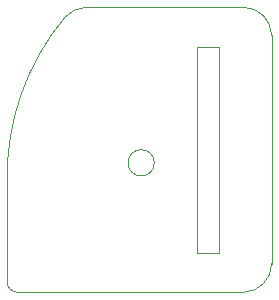
<source format=gbr>
G04 #@! TF.GenerationSoftware,KiCad,Pcbnew,(6.0.6-0)*
G04 #@! TF.CreationDate,2023-01-05T22:31:35-05:00*
G04 #@! TF.ProjectId,10DIN2VGA,31304449-4e32-4564-9741-2e6b69636164,1.0*
G04 #@! TF.SameCoordinates,Original*
G04 #@! TF.FileFunction,Profile,NP*
%FSLAX46Y46*%
G04 Gerber Fmt 4.6, Leading zero omitted, Abs format (unit mm)*
G04 Created by KiCad (PCBNEW (6.0.6-0)) date 2023-01-05 22:31:35*
%MOMM*%
%LPD*%
G01*
G04 APERTURE LIST*
G04 #@! TA.AperFunction,Profile*
%ADD10C,0.100000*%
G04 #@! TD*
G04 #@! TA.AperFunction,Profile*
%ADD11C,0.120000*%
G04 #@! TD*
G04 APERTURE END LIST*
D10*
X128800000Y-88829984D02*
G75*
G03*
X127036198Y-89654702I57400J-2421216D01*
G01*
X127036193Y-89654698D02*
G75*
G03*
X122140000Y-103620000I16096707J-13484402D01*
G01*
X142130000Y-112950452D02*
G75*
G03*
X144520000Y-110550000I-16200J2406152D01*
G01*
X122139961Y-112049671D02*
G75*
G03*
X123020000Y-112950000I869739J-30129D01*
G01*
X134590000Y-101990000D02*
G75*
G03*
X134590000Y-101990000I-1110000J0D01*
G01*
X128800000Y-88830000D02*
X142150000Y-88830000D01*
X144520012Y-91190000D02*
G75*
G03*
X142150000Y-88830000I-2362212J-2200D01*
G01*
X123020000Y-112950000D02*
X142130000Y-112950459D01*
X144520000Y-91190000D02*
X144520000Y-110550000D01*
X122140000Y-103620000D02*
X122140029Y-112049673D01*
D11*
X138246496Y-92175007D02*
X140046496Y-92175007D01*
X140046496Y-92175007D02*
X140046496Y-109625007D01*
X140046496Y-109625007D02*
X138246496Y-109625007D01*
X138246496Y-109625007D02*
X138246496Y-92175007D01*
M02*

</source>
